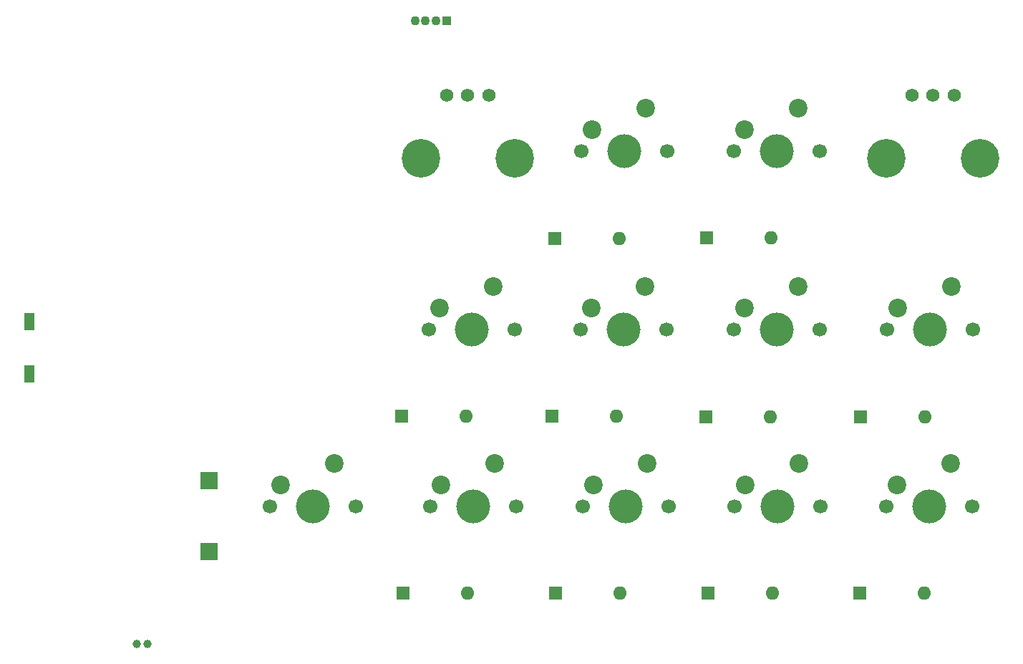
<source format=gbr>
%TF.GenerationSoftware,KiCad,Pcbnew,6.0.2+dfsg-1*%
%TF.CreationDate,2022-07-15T09:18:34-03:00*%
%TF.ProjectId,Nano-keyboard,4e616e6f-2d6b-4657-9962-6f6172642e6b,rev?*%
%TF.SameCoordinates,Original*%
%TF.FileFunction,Soldermask,Bot*%
%TF.FilePolarity,Negative*%
%FSLAX46Y46*%
G04 Gerber Fmt 4.6, Leading zero omitted, Abs format (unit mm)*
G04 Created by KiCad (PCBNEW 6.0.2+dfsg-1) date 2022-07-15 09:18:34*
%MOMM*%
%LPD*%
G01*
G04 APERTURE LIST*
%ADD10R,2.000000X2.000000*%
%ADD11R,1.200000X2.000000*%
%ADD12R,1.600000X1.600000*%
%ADD13O,1.600000X1.600000*%
%ADD14C,4.000000*%
%ADD15C,1.700000*%
%ADD16C,2.200000*%
%ADD17R,1.100000X1.100000*%
%ADD18C,1.100000*%
%ADD19C,1.575000*%
%ADD20C,4.562000*%
%ADD21C,1.000000*%
G04 APERTURE END LIST*
D10*
%TO.C,U3*%
X89010000Y-120725000D03*
X89010000Y-129175000D03*
D11*
X67760000Y-101945000D03*
X67760000Y-108145000D03*
%TD*%
D12*
%TO.C,D8*%
X166011705Y-113203629D03*
D13*
X173631705Y-113203629D03*
%TD*%
D14*
%TO.C,B3*%
X156235000Y-123815000D03*
D15*
X151155000Y-123815000D03*
X161315000Y-123815000D03*
D16*
X158775000Y-118735000D03*
X152425000Y-121275000D03*
%TD*%
D14*
%TO.C,B2*%
X138235000Y-123815000D03*
D15*
X133155000Y-123815000D03*
X143315000Y-123815000D03*
D16*
X140775000Y-118735000D03*
X134425000Y-121275000D03*
%TD*%
D12*
%TO.C,D7*%
X147801019Y-113203629D03*
D13*
X155421019Y-113203629D03*
%TD*%
D15*
%TO.C,B9*%
X143185000Y-81841000D03*
D14*
X138105000Y-81841000D03*
D15*
X133025000Y-81841000D03*
D16*
X140645000Y-76761000D03*
X134295000Y-79301000D03*
%TD*%
D14*
%TO.C,B8*%
X174261019Y-102883629D03*
D15*
X179341019Y-102883629D03*
X169181019Y-102883629D03*
D16*
X176801019Y-97803629D03*
X170451019Y-100343629D03*
%TD*%
D17*
%TO.C,J1*%
X117111000Y-66368000D03*
D18*
X115861000Y-66368000D03*
X114611000Y-66368000D03*
X113361000Y-66368000D03*
%TD*%
D12*
%TO.C,D1*%
X111985686Y-134025000D03*
D13*
X119605686Y-134025000D03*
%TD*%
D15*
%TO.C,B7*%
X151065334Y-102883629D03*
X161225334Y-102883629D03*
D14*
X156145334Y-102883629D03*
D16*
X158685334Y-97803629D03*
X152335334Y-100343629D03*
%TD*%
D15*
%TO.C,B4*%
X179275000Y-123815000D03*
X169115000Y-123815000D03*
D14*
X174195000Y-123815000D03*
D16*
X176735000Y-118735000D03*
X170385000Y-121275000D03*
%TD*%
D19*
%TO.C,U5*%
X122105000Y-75185000D03*
X117105000Y-75185000D03*
X119605000Y-75185000D03*
D20*
X125155000Y-82685000D03*
X114055000Y-82685000D03*
%TD*%
D12*
%TO.C,D10*%
X147866704Y-92085000D03*
D13*
X155486704Y-92085000D03*
%TD*%
D12*
%TO.C,D4*%
X165945686Y-134025000D03*
D13*
X173565686Y-134025000D03*
%TD*%
D12*
%TO.C,D3*%
X147996019Y-134025000D03*
D13*
X155616019Y-134025000D03*
%TD*%
D15*
%TO.C,B5*%
X114960000Y-102860000D03*
X125120000Y-102860000D03*
D14*
X120040000Y-102860000D03*
D16*
X122580000Y-97780000D03*
X116230000Y-100320000D03*
%TD*%
D12*
%TO.C,D9*%
X129855686Y-92185000D03*
D13*
X137475686Y-92185000D03*
%TD*%
D12*
%TO.C,D5*%
X111790686Y-113180000D03*
D13*
X119410686Y-113180000D03*
%TD*%
D15*
%TO.C,B0*%
X96155000Y-123815000D03*
D14*
X101235000Y-123815000D03*
D15*
X106315000Y-123815000D03*
D16*
X103775000Y-118735000D03*
X97425000Y-121275000D03*
%TD*%
D15*
%TO.C,B10*%
X161196019Y-81835000D03*
X151036019Y-81835000D03*
D14*
X156116019Y-81835000D03*
D16*
X158656019Y-76755000D03*
X152306019Y-79295000D03*
%TD*%
D19*
%TO.C,U6*%
X177105000Y-75185000D03*
X172105000Y-75185000D03*
X174605000Y-75185000D03*
D20*
X180155000Y-82685000D03*
X169055000Y-82685000D03*
%TD*%
D15*
%TO.C,B1*%
X115155000Y-123815000D03*
X125315000Y-123815000D03*
D14*
X120235000Y-123815000D03*
D16*
X122775000Y-118735000D03*
X116425000Y-121275000D03*
%TD*%
D21*
%TO.C,J2*%
X80486000Y-140068000D03*
X81736000Y-140068000D03*
%TD*%
D12*
%TO.C,D6*%
X129540000Y-113180000D03*
D13*
X137160000Y-113180000D03*
%TD*%
D15*
%TO.C,B6*%
X143120000Y-102860000D03*
X132960000Y-102860000D03*
D14*
X138040000Y-102860000D03*
D16*
X140580000Y-97780000D03*
X134230000Y-100320000D03*
%TD*%
D12*
%TO.C,D2*%
X129985686Y-134025000D03*
D13*
X137605686Y-134025000D03*
%TD*%
M02*

</source>
